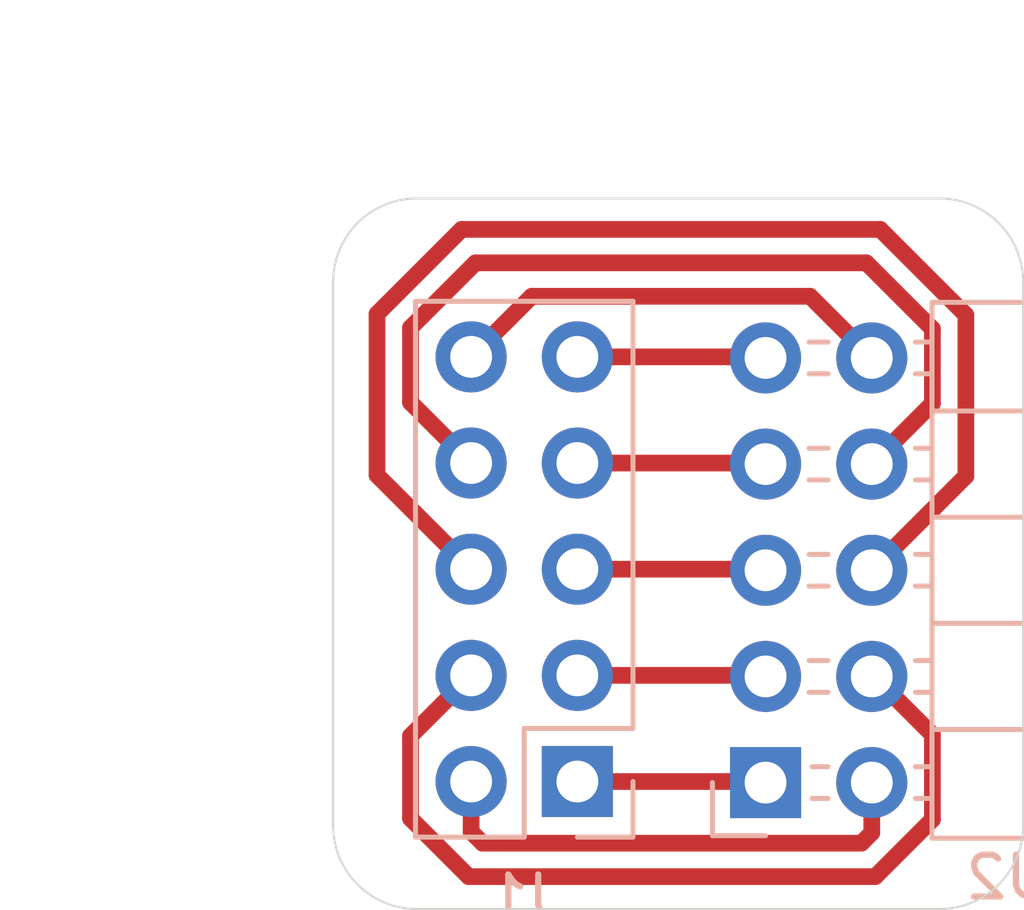
<source format=kicad_pcb>
(kicad_pcb (version 20171130) (host pcbnew 5.1.4-e60b266~84~ubuntu16.04.1)

  (general
    (thickness 1.6)
    (drawings 10)
    (tracks 43)
    (zones 0)
    (modules 2)
    (nets 11)
  )

  (page A4)
  (layers
    (0 F.Cu signal)
    (31 B.Cu signal hide)
    (34 B.Paste user hide)
    (35 F.Paste user hide)
    (36 B.SilkS user)
    (37 F.SilkS user hide)
    (38 B.Mask user hide)
    (39 F.Mask user hide)
    (44 Edge.Cuts user)
    (45 Margin user hide)
    (46 B.CrtYd user)
    (47 F.CrtYd user)
    (48 B.Fab user hide)
    (49 F.Fab user hide)
  )

  (setup
    (last_trace_width 0.4)
    (user_trace_width 0.25)
    (user_trace_width 0.32)
    (trace_clearance 0.4)
    (zone_clearance 0.508)
    (zone_45_only no)
    (trace_min 0.2)
    (via_size 0.8)
    (via_drill 0.4)
    (via_min_size 0.4)
    (via_min_drill 0.3)
    (uvia_size 0.3)
    (uvia_drill 0.1)
    (uvias_allowed no)
    (uvia_min_size 0.2)
    (uvia_min_drill 0.1)
    (edge_width 0.05)
    (segment_width 0.2)
    (pcb_text_width 0.3)
    (pcb_text_size 1.5 1.5)
    (mod_edge_width 0.12)
    (mod_text_size 1 1)
    (mod_text_width 0.15)
    (pad_size 1.524 1.524)
    (pad_drill 0.762)
    (pad_to_mask_clearance 0.051)
    (solder_mask_min_width 0.25)
    (aux_axis_origin 81.5 138.25)
    (grid_origin 94.5 130)
    (visible_elements FFFFFF7F)
    (pcbplotparams
      (layerselection 0x01000_7fffffff)
      (usegerberextensions false)
      (usegerberattributes false)
      (usegerberadvancedattributes false)
      (creategerberjobfile false)
      (excludeedgelayer true)
      (linewidth 0.100000)
      (plotframeref false)
      (viasonmask false)
      (mode 1)
      (useauxorigin true)
      (hpglpennumber 1)
      (hpglpenspeed 20)
      (hpglpendiameter 15.000000)
      (psnegative false)
      (psa4output false)
      (plotreference true)
      (plotvalue true)
      (plotinvisibletext false)
      (padsonsilk false)
      (subtractmaskfromsilk false)
      (outputformat 1)
      (mirror false)
      (drillshape 0)
      (scaleselection 1)
      (outputdirectory "gerber/"))
  )

  (net 0 "")
  (net 1 /10)
  (net 2 /9)
  (net 3 /8)
  (net 4 /7)
  (net 5 /6)
  (net 6 /5)
  (net 7 /4)
  (net 8 /3)
  (net 9 /2)
  (net 10 /1)

  (net_class Default "This is the default net class."
    (clearance 0.4)
    (trace_width 0.4)
    (via_dia 0.8)
    (via_drill 0.4)
    (uvia_dia 0.3)
    (uvia_drill 0.1)
    (diff_pair_width 0.4)
    (diff_pair_gap 0.4)
    (add_net /1)
    (add_net /10)
    (add_net /2)
    (add_net /3)
    (add_net /4)
    (add_net /5)
    (add_net /6)
    (add_net /7)
    (add_net /8)
    (add_net /9)
  )

  (module Connector_PinHeader_2.54mm:PinHeader_2x05_P2.54mm_Horizontal (layer B.Cu) (tedit 59FED5CB) (tstamp 5E25E509)
    (at 91.84 135.225)
    (descr "Through hole angled pin header, 2x05, 2.54mm pitch, 6mm pin length, double rows")
    (tags "Through hole angled pin header THT 2x05 2.54mm double row")
    (path /5E261BE7)
    (fp_text reference J2 (at 5.655 2.27) (layer B.SilkS)
      (effects (font (size 1 1) (thickness 0.15)) (justify mirror))
    )
    (fp_text value Conn_02x05_Odd_Even (at 5.655 -12.43) (layer B.Fab)
      (effects (font (size 1 1) (thickness 0.15)) (justify mirror))
    )
    (fp_line (start 4.675 1.27) (end 6.58 1.27) (layer B.Fab) (width 0.1))
    (fp_line (start 6.58 1.27) (end 6.58 -11.43) (layer B.Fab) (width 0.1))
    (fp_line (start 6.58 -11.43) (end 4.04 -11.43) (layer B.Fab) (width 0.1))
    (fp_line (start 4.04 -11.43) (end 4.04 0.635) (layer B.Fab) (width 0.1))
    (fp_line (start 4.04 0.635) (end 4.675 1.27) (layer B.Fab) (width 0.1))
    (fp_line (start -0.32 0.32) (end 4.04 0.32) (layer B.Fab) (width 0.1))
    (fp_line (start -0.32 0.32) (end -0.32 -0.32) (layer B.Fab) (width 0.1))
    (fp_line (start -0.32 -0.32) (end 4.04 -0.32) (layer B.Fab) (width 0.1))
    (fp_line (start 6.58 0.32) (end 12.58 0.32) (layer B.Fab) (width 0.1))
    (fp_line (start 12.58 0.32) (end 12.58 -0.32) (layer B.Fab) (width 0.1))
    (fp_line (start 6.58 -0.32) (end 12.58 -0.32) (layer B.Fab) (width 0.1))
    (fp_line (start -0.32 -2.22) (end 4.04 -2.22) (layer B.Fab) (width 0.1))
    (fp_line (start -0.32 -2.22) (end -0.32 -2.86) (layer B.Fab) (width 0.1))
    (fp_line (start -0.32 -2.86) (end 4.04 -2.86) (layer B.Fab) (width 0.1))
    (fp_line (start 6.58 -2.22) (end 12.58 -2.22) (layer B.Fab) (width 0.1))
    (fp_line (start 12.58 -2.22) (end 12.58 -2.86) (layer B.Fab) (width 0.1))
    (fp_line (start 6.58 -2.86) (end 12.58 -2.86) (layer B.Fab) (width 0.1))
    (fp_line (start -0.32 -4.76) (end 4.04 -4.76) (layer B.Fab) (width 0.1))
    (fp_line (start -0.32 -4.76) (end -0.32 -5.4) (layer B.Fab) (width 0.1))
    (fp_line (start -0.32 -5.4) (end 4.04 -5.4) (layer B.Fab) (width 0.1))
    (fp_line (start 6.58 -4.76) (end 12.58 -4.76) (layer B.Fab) (width 0.1))
    (fp_line (start 12.58 -4.76) (end 12.58 -5.4) (layer B.Fab) (width 0.1))
    (fp_line (start 6.58 -5.4) (end 12.58 -5.4) (layer B.Fab) (width 0.1))
    (fp_line (start -0.32 -7.3) (end 4.04 -7.3) (layer B.Fab) (width 0.1))
    (fp_line (start -0.32 -7.3) (end -0.32 -7.94) (layer B.Fab) (width 0.1))
    (fp_line (start -0.32 -7.94) (end 4.04 -7.94) (layer B.Fab) (width 0.1))
    (fp_line (start 6.58 -7.3) (end 12.58 -7.3) (layer B.Fab) (width 0.1))
    (fp_line (start 12.58 -7.3) (end 12.58 -7.94) (layer B.Fab) (width 0.1))
    (fp_line (start 6.58 -7.94) (end 12.58 -7.94) (layer B.Fab) (width 0.1))
    (fp_line (start -0.32 -9.84) (end 4.04 -9.84) (layer B.Fab) (width 0.1))
    (fp_line (start -0.32 -9.84) (end -0.32 -10.48) (layer B.Fab) (width 0.1))
    (fp_line (start -0.32 -10.48) (end 4.04 -10.48) (layer B.Fab) (width 0.1))
    (fp_line (start 6.58 -9.84) (end 12.58 -9.84) (layer B.Fab) (width 0.1))
    (fp_line (start 12.58 -9.84) (end 12.58 -10.48) (layer B.Fab) (width 0.1))
    (fp_line (start 6.58 -10.48) (end 12.58 -10.48) (layer B.Fab) (width 0.1))
    (fp_line (start 3.98 1.33) (end 3.98 -11.49) (layer B.SilkS) (width 0.12))
    (fp_line (start 3.98 -11.49) (end 6.64 -11.49) (layer B.SilkS) (width 0.12))
    (fp_line (start 6.64 -11.49) (end 6.64 1.33) (layer B.SilkS) (width 0.12))
    (fp_line (start 6.64 1.33) (end 3.98 1.33) (layer B.SilkS) (width 0.12))
    (fp_line (start 6.64 0.38) (end 12.64 0.38) (layer B.SilkS) (width 0.12))
    (fp_line (start 12.64 0.38) (end 12.64 -0.38) (layer B.SilkS) (width 0.12))
    (fp_line (start 12.64 -0.38) (end 6.64 -0.38) (layer B.SilkS) (width 0.12))
    (fp_line (start 6.64 0.32) (end 12.64 0.32) (layer B.SilkS) (width 0.12))
    (fp_line (start 6.64 0.2) (end 12.64 0.2) (layer B.SilkS) (width 0.12))
    (fp_line (start 6.64 0.08) (end 12.64 0.08) (layer B.SilkS) (width 0.12))
    (fp_line (start 6.64 -0.04) (end 12.64 -0.04) (layer B.SilkS) (width 0.12))
    (fp_line (start 6.64 -0.16) (end 12.64 -0.16) (layer B.SilkS) (width 0.12))
    (fp_line (start 6.64 -0.28) (end 12.64 -0.28) (layer B.SilkS) (width 0.12))
    (fp_line (start 3.582929 0.38) (end 3.98 0.38) (layer B.SilkS) (width 0.12))
    (fp_line (start 3.582929 -0.38) (end 3.98 -0.38) (layer B.SilkS) (width 0.12))
    (fp_line (start 1.11 0.38) (end 1.497071 0.38) (layer B.SilkS) (width 0.12))
    (fp_line (start 1.11 -0.38) (end 1.497071 -0.38) (layer B.SilkS) (width 0.12))
    (fp_line (start 3.98 -1.27) (end 6.64 -1.27) (layer B.SilkS) (width 0.12))
    (fp_line (start 6.64 -2.16) (end 12.64 -2.16) (layer B.SilkS) (width 0.12))
    (fp_line (start 12.64 -2.16) (end 12.64 -2.92) (layer B.SilkS) (width 0.12))
    (fp_line (start 12.64 -2.92) (end 6.64 -2.92) (layer B.SilkS) (width 0.12))
    (fp_line (start 3.582929 -2.16) (end 3.98 -2.16) (layer B.SilkS) (width 0.12))
    (fp_line (start 3.582929 -2.92) (end 3.98 -2.92) (layer B.SilkS) (width 0.12))
    (fp_line (start 1.042929 -2.16) (end 1.497071 -2.16) (layer B.SilkS) (width 0.12))
    (fp_line (start 1.042929 -2.92) (end 1.497071 -2.92) (layer B.SilkS) (width 0.12))
    (fp_line (start 3.98 -3.81) (end 6.64 -3.81) (layer B.SilkS) (width 0.12))
    (fp_line (start 6.64 -4.7) (end 12.64 -4.7) (layer B.SilkS) (width 0.12))
    (fp_line (start 12.64 -4.7) (end 12.64 -5.46) (layer B.SilkS) (width 0.12))
    (fp_line (start 12.64 -5.46) (end 6.64 -5.46) (layer B.SilkS) (width 0.12))
    (fp_line (start 3.582929 -4.7) (end 3.98 -4.7) (layer B.SilkS) (width 0.12))
    (fp_line (start 3.582929 -5.46) (end 3.98 -5.46) (layer B.SilkS) (width 0.12))
    (fp_line (start 1.042929 -4.7) (end 1.497071 -4.7) (layer B.SilkS) (width 0.12))
    (fp_line (start 1.042929 -5.46) (end 1.497071 -5.46) (layer B.SilkS) (width 0.12))
    (fp_line (start 3.98 -6.35) (end 6.64 -6.35) (layer B.SilkS) (width 0.12))
    (fp_line (start 6.64 -7.24) (end 12.64 -7.24) (layer B.SilkS) (width 0.12))
    (fp_line (start 12.64 -7.24) (end 12.64 -8) (layer B.SilkS) (width 0.12))
    (fp_line (start 12.64 -8) (end 6.64 -8) (layer B.SilkS) (width 0.12))
    (fp_line (start 3.582929 -7.24) (end 3.98 -7.24) (layer B.SilkS) (width 0.12))
    (fp_line (start 3.582929 -8) (end 3.98 -8) (layer B.SilkS) (width 0.12))
    (fp_line (start 1.042929 -7.24) (end 1.497071 -7.24) (layer B.SilkS) (width 0.12))
    (fp_line (start 1.042929 -8) (end 1.497071 -8) (layer B.SilkS) (width 0.12))
    (fp_line (start 3.98 -8.89) (end 6.64 -8.89) (layer B.SilkS) (width 0.12))
    (fp_line (start 6.64 -9.78) (end 12.64 -9.78) (layer B.SilkS) (width 0.12))
    (fp_line (start 12.64 -9.78) (end 12.64 -10.54) (layer B.SilkS) (width 0.12))
    (fp_line (start 12.64 -10.54) (end 6.64 -10.54) (layer B.SilkS) (width 0.12))
    (fp_line (start 3.582929 -9.78) (end 3.98 -9.78) (layer B.SilkS) (width 0.12))
    (fp_line (start 3.582929 -10.54) (end 3.98 -10.54) (layer B.SilkS) (width 0.12))
    (fp_line (start 1.042929 -9.78) (end 1.497071 -9.78) (layer B.SilkS) (width 0.12))
    (fp_line (start 1.042929 -10.54) (end 1.497071 -10.54) (layer B.SilkS) (width 0.12))
    (fp_line (start -1.27 0) (end -1.27 1.27) (layer B.SilkS) (width 0.12))
    (fp_line (start -1.27 1.27) (end 0 1.27) (layer B.SilkS) (width 0.12))
    (fp_line (start -1.8 1.8) (end -1.8 -11.95) (layer B.CrtYd) (width 0.05))
    (fp_line (start -1.8 -11.95) (end 13.1 -11.95) (layer B.CrtYd) (width 0.05))
    (fp_line (start 13.1 -11.95) (end 13.1 1.8) (layer B.CrtYd) (width 0.05))
    (fp_line (start 13.1 1.8) (end -1.8 1.8) (layer B.CrtYd) (width 0.05))
    (fp_text user %R (at 5.31 -5.08 270) (layer B.Fab)
      (effects (font (size 1 1) (thickness 0.15)) (justify mirror))
    )
    (pad 1 thru_hole rect (at 0 0) (size 1.7 1.7) (drill 1) (layers *.Cu *.Mask)
      (net 10 /1))
    (pad 2 thru_hole oval (at 2.54 0) (size 1.7 1.7) (drill 1) (layers *.Cu *.Mask)
      (net 9 /2))
    (pad 3 thru_hole oval (at 0 -2.54) (size 1.7 1.7) (drill 1) (layers *.Cu *.Mask)
      (net 8 /3))
    (pad 4 thru_hole oval (at 2.54 -2.54) (size 1.7 1.7) (drill 1) (layers *.Cu *.Mask)
      (net 7 /4))
    (pad 5 thru_hole oval (at 0 -5.08) (size 1.7 1.7) (drill 1) (layers *.Cu *.Mask)
      (net 6 /5))
    (pad 6 thru_hole oval (at 2.54 -5.08) (size 1.7 1.7) (drill 1) (layers *.Cu *.Mask)
      (net 5 /6))
    (pad 7 thru_hole oval (at 0 -7.62) (size 1.7 1.7) (drill 1) (layers *.Cu *.Mask)
      (net 4 /7))
    (pad 8 thru_hole oval (at 2.54 -7.62) (size 1.7 1.7) (drill 1) (layers *.Cu *.Mask)
      (net 3 /8))
    (pad 9 thru_hole oval (at 0 -10.16) (size 1.7 1.7) (drill 1) (layers *.Cu *.Mask)
      (net 2 /9))
    (pad 10 thru_hole oval (at 2.54 -10.16) (size 1.7 1.7) (drill 1) (layers *.Cu *.Mask)
      (net 1 /10))
    (model ${KISYS3DMOD}/Connector_PinHeader_2.54mm.3dshapes/PinHeader_2x05_P2.54mm_Horizontal.wrl
      (at (xyz 0 0 0))
      (scale (xyz 1 1 1))
      (rotate (xyz 0 0 0))
    )
  )

  (module Connector_PinSocket_2.54mm:PinSocket_2x05_P2.54mm_Vertical (layer B.Cu) (tedit 5A19A42B) (tstamp 5E25EDA7)
    (at 87.34 135.2)
    (descr "Through hole straight socket strip, 2x05, 2.54mm pitch, double cols (from Kicad 4.0.7), script generated")
    (tags "Through hole socket strip THT 2x05 2.54mm double row")
    (path /5DF92636)
    (fp_text reference J1 (at -1.27 2.77) (layer B.SilkS)
      (effects (font (size 1 1) (thickness 0.15)) (justify mirror))
    )
    (fp_text value Conn_02x05_Odd_Even (at -1.27 -12.93) (layer B.Fab)
      (effects (font (size 1 1) (thickness 0.15)) (justify mirror))
    )
    (fp_line (start -3.81 1.27) (end 0.27 1.27) (layer B.Fab) (width 0.1))
    (fp_line (start 0.27 1.27) (end 1.27 0.27) (layer B.Fab) (width 0.1))
    (fp_line (start 1.27 0.27) (end 1.27 -11.43) (layer B.Fab) (width 0.1))
    (fp_line (start 1.27 -11.43) (end -3.81 -11.43) (layer B.Fab) (width 0.1))
    (fp_line (start -3.81 -11.43) (end -3.81 1.27) (layer B.Fab) (width 0.1))
    (fp_line (start -3.87 1.33) (end -1.27 1.33) (layer B.SilkS) (width 0.12))
    (fp_line (start -3.87 1.33) (end -3.87 -11.49) (layer B.SilkS) (width 0.12))
    (fp_line (start -3.87 -11.49) (end 1.33 -11.49) (layer B.SilkS) (width 0.12))
    (fp_line (start 1.33 -1.27) (end 1.33 -11.49) (layer B.SilkS) (width 0.12))
    (fp_line (start -1.27 -1.27) (end 1.33 -1.27) (layer B.SilkS) (width 0.12))
    (fp_line (start -1.27 1.33) (end -1.27 -1.27) (layer B.SilkS) (width 0.12))
    (fp_line (start 1.33 1.33) (end 1.33 0) (layer B.SilkS) (width 0.12))
    (fp_line (start 0 1.33) (end 1.33 1.33) (layer B.SilkS) (width 0.12))
    (fp_line (start -4.34 1.8) (end 1.76 1.8) (layer B.CrtYd) (width 0.05))
    (fp_line (start 1.76 1.8) (end 1.76 -11.9) (layer B.CrtYd) (width 0.05))
    (fp_line (start 1.76 -11.9) (end -4.34 -11.9) (layer B.CrtYd) (width 0.05))
    (fp_line (start -4.34 -11.9) (end -4.34 1.8) (layer B.CrtYd) (width 0.05))
    (fp_text user %R (at -1.27 -5.08 270) (layer B.Fab)
      (effects (font (size 1 1) (thickness 0.15)) (justify mirror))
    )
    (pad 1 thru_hole rect (at 0 0) (size 1.7 1.7) (drill 1) (layers *.Cu *.Mask)
      (net 10 /1))
    (pad 2 thru_hole oval (at -2.54 0) (size 1.7 1.7) (drill 1) (layers *.Cu *.Mask)
      (net 9 /2))
    (pad 3 thru_hole oval (at 0 -2.54) (size 1.7 1.7) (drill 1) (layers *.Cu *.Mask)
      (net 8 /3))
    (pad 4 thru_hole oval (at -2.54 -2.54) (size 1.7 1.7) (drill 1) (layers *.Cu *.Mask)
      (net 7 /4))
    (pad 5 thru_hole oval (at 0 -5.08) (size 1.7 1.7) (drill 1) (layers *.Cu *.Mask)
      (net 6 /5))
    (pad 6 thru_hole oval (at -2.54 -5.08) (size 1.7 1.7) (drill 1) (layers *.Cu *.Mask)
      (net 5 /6))
    (pad 7 thru_hole oval (at 0 -7.62) (size 1.7 1.7) (drill 1) (layers *.Cu *.Mask)
      (net 4 /7))
    (pad 8 thru_hole oval (at -2.54 -7.62) (size 1.7 1.7) (drill 1) (layers *.Cu *.Mask)
      (net 3 /8))
    (pad 9 thru_hole oval (at 0 -10.16) (size 1.7 1.7) (drill 1) (layers *.Cu *.Mask)
      (net 2 /9))
    (pad 10 thru_hole oval (at -2.54 -10.16) (size 1.7 1.7) (drill 1) (layers *.Cu *.Mask)
      (net 1 /10))
    (model ${KISYS3DMOD}/Connector_PinSocket_2.54mm.3dshapes/PinSocket_2x05_P2.54mm_Vertical.wrl
      (at (xyz 0 0 0))
      (scale (xyz 1 1 1))
      (rotate (xyz 0 0 0))
    )
  )

  (dimension 16.5 (width 0.05) (layer F.CrtYd)
    (gr_text "16.500 mm" (at 89.75 117.3) (layer F.CrtYd)
      (effects (font (size 1 1) (thickness 0.15)))
    )
    (feature1 (pts (xy 98 123.25) (xy 98 117.913579)))
    (feature2 (pts (xy 81.5 123.25) (xy 81.5 117.913579)))
    (crossbar (pts (xy 81.5 118.5) (xy 98 118.5)))
    (arrow1a (pts (xy 98 118.5) (xy 96.873496 119.086421)))
    (arrow1b (pts (xy 98 118.5) (xy 96.873496 117.913579)))
    (arrow2a (pts (xy 81.5 118.5) (xy 82.626504 119.086421)))
    (arrow2b (pts (xy 81.5 118.5) (xy 82.626504 117.913579)))
  )
  (dimension 17 (width 0.05) (layer F.CrtYd)
    (gr_text "17.000 mm" (at 77.3 129.75 90) (layer F.CrtYd)
      (effects (font (size 1 1) (thickness 0.15)))
    )
    (feature1 (pts (xy 83.5 121.25) (xy 77.913579 121.25)))
    (feature2 (pts (xy 83.5 138.25) (xy 77.913579 138.25)))
    (crossbar (pts (xy 78.5 138.25) (xy 78.5 121.25)))
    (arrow1a (pts (xy 78.5 121.25) (xy 79.086421 122.376504)))
    (arrow1b (pts (xy 78.5 121.25) (xy 77.913579 122.376504)))
    (arrow2a (pts (xy 78.5 138.25) (xy 79.086421 137.123496)))
    (arrow2b (pts (xy 78.5 138.25) (xy 77.913579 137.123496)))
  )
  (gr_line (start 98 123.25) (end 98 136.25) (layer Edge.Cuts) (width 0.05) (tstamp 5E261CC8))
  (gr_line (start 81.5 136.25) (end 81.5 123.25) (layer Edge.Cuts) (width 0.05) (tstamp 5E261CC7))
  (gr_arc (start 83.5 136.25) (end 81.5 136.25) (angle -90) (layer Edge.Cuts) (width 0.05))
  (gr_arc (start 96 123.25) (end 98 123.25) (angle -90) (layer Edge.Cuts) (width 0.05))
  (gr_arc (start 96 136.25) (end 96 138.25) (angle -90) (layer Edge.Cuts) (width 0.05))
  (gr_arc (start 83.5 123.25) (end 83.5 121.25) (angle -90) (layer Edge.Cuts) (width 0.05))
  (gr_line (start 83.5 138.25) (end 96 138.25) (layer Edge.Cuts) (width 0.05) (tstamp 5E0A7C0E))
  (gr_line (start 83.5 121.25) (end 96 121.25) (layer Edge.Cuts) (width 0.05) (tstamp 5E0A7C0C))

  (segment (start 85.649999 124.190001) (end 84.8 125.04) (width 0.4) (layer F.Cu) (net 1))
  (segment (start 86.250001 123.589999) (end 85.649999 124.190001) (width 0.4) (layer F.Cu) (net 1))
  (segment (start 92.904999 123.589999) (end 86.250001 123.589999) (width 0.4) (layer F.Cu) (net 1))
  (segment (start 94.38 125.065) (end 92.904999 123.589999) (width 0.4) (layer F.Cu) (net 1))
  (segment (start 91.815 125.04) (end 91.84 125.065) (width 0.4) (layer F.Cu) (net 2))
  (segment (start 87.34 125.04) (end 91.815 125.04) (width 0.4) (layer F.Cu) (net 2))
  (segment (start 84.904009 122.789989) (end 83.349999 124.343999) (width 0.4) (layer F.Cu) (net 3))
  (segment (start 83.950001 126.730001) (end 84.8 127.58) (width 0.4) (layer F.Cu) (net 3))
  (segment (start 94.250991 122.789989) (end 84.904009 122.789989) (width 0.4) (layer F.Cu) (net 3))
  (segment (start 95.830001 124.368999) (end 94.250991 122.789989) (width 0.4) (layer F.Cu) (net 3))
  (segment (start 95.830001 126.154999) (end 95.830001 124.368999) (width 0.4) (layer F.Cu) (net 3))
  (segment (start 83.349999 126.129999) (end 83.950001 126.730001) (width 0.4) (layer F.Cu) (net 3))
  (segment (start 94.38 127.605) (end 95.830001 126.154999) (width 0.4) (layer F.Cu) (net 3))
  (segment (start 83.349999 124.343999) (end 83.349999 126.129999) (width 0.4) (layer F.Cu) (net 3))
  (segment (start 91.815 127.58) (end 91.84 127.605) (width 0.4) (layer F.Cu) (net 4))
  (segment (start 87.34 127.58) (end 91.815 127.58) (width 0.4) (layer F.Cu) (net 4))
  (segment (start 83.950001 129.270001) (end 84.8 130.12) (width 0.4) (layer F.Cu) (net 5))
  (segment (start 82.549989 124.012625) (end 82.549989 127.869989) (width 0.4) (layer F.Cu) (net 5))
  (segment (start 84.572635 121.989979) (end 82.549989 124.012625) (width 0.4) (layer F.Cu) (net 5))
  (segment (start 94.582365 121.989979) (end 84.572635 121.989979) (width 0.4) (layer F.Cu) (net 5))
  (segment (start 96.630011 124.037625) (end 94.582365 121.989979) (width 0.4) (layer F.Cu) (net 5))
  (segment (start 82.549989 127.869989) (end 83.950001 129.270001) (width 0.4) (layer F.Cu) (net 5))
  (segment (start 96.630011 127.894989) (end 96.630011 124.037625) (width 0.4) (layer F.Cu) (net 5))
  (segment (start 94.38 130.145) (end 96.630011 127.894989) (width 0.4) (layer F.Cu) (net 5))
  (segment (start 91.815 130.12) (end 91.84 130.145) (width 0.4) (layer F.Cu) (net 6))
  (segment (start 87.34 130.12) (end 91.815 130.12) (width 0.4) (layer F.Cu) (net 6))
  (segment (start 94.435 132.685) (end 94.38 132.685) (width 0.4) (layer F.Cu) (net 7))
  (segment (start 95.830001 136.108464) (end 95.830001 134.080001) (width 0.4) (layer F.Cu) (net 7))
  (segment (start 94.463454 137.475011) (end 95.830001 136.108464) (width 0.4) (layer F.Cu) (net 7))
  (segment (start 84.8 132.66) (end 83.349999 134.110001) (width 0.4) (layer F.Cu) (net 7))
  (segment (start 83.349999 136.083464) (end 84.741546 137.475011) (width 0.4) (layer F.Cu) (net 7))
  (segment (start 84.741546 137.475011) (end 94.463454 137.475011) (width 0.4) (layer F.Cu) (net 7))
  (segment (start 95.830001 134.080001) (end 94.435 132.685) (width 0.4) (layer F.Cu) (net 7))
  (segment (start 83.349999 134.110001) (end 83.349999 136.083464) (width 0.4) (layer F.Cu) (net 7))
  (segment (start 91.815 132.66) (end 91.84 132.685) (width 0.4) (layer F.Cu) (net 8))
  (segment (start 87.34 132.66) (end 91.815 132.66) (width 0.4) (layer F.Cu) (net 8))
  (segment (start 94.38 136.427081) (end 94.38 135.225) (width 0.4) (layer F.Cu) (net 9))
  (segment (start 94.13208 136.675001) (end 94.38 136.427081) (width 0.4) (layer F.Cu) (net 9))
  (segment (start 85.07292 136.675001) (end 94.13208 136.675001) (width 0.4) (layer F.Cu) (net 9))
  (segment (start 84.8 136.402081) (end 85.07292 136.675001) (width 0.4) (layer F.Cu) (net 9))
  (segment (start 84.8 135.2) (end 84.8 136.402081) (width 0.4) (layer F.Cu) (net 9))
  (segment (start 91.815 135.2) (end 91.84 135.225) (width 0.4) (layer F.Cu) (net 10))
  (segment (start 87.34 135.2) (end 91.815 135.2) (width 0.4) (layer F.Cu) (net 10))

)

</source>
